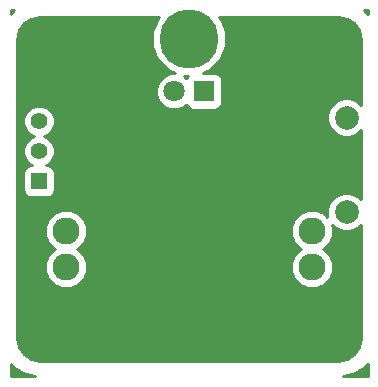
<source format=gtl>
G04 #@! TF.FileFunction,Copper,L1,Top,Signal*
%FSLAX46Y46*%
G04 Gerber Fmt 4.6, Leading zero omitted, Abs format (unit mm)*
G04 Created by KiCad (PCBNEW 4.0.7) date 02/23/20 08:48:36*
%MOMM*%
%LPD*%
G01*
G04 APERTURE LIST*
%ADD10C,0.100000*%
%ADD11C,1.800000*%
%ADD12R,1.800000X1.800000*%
%ADD13C,1.998980*%
%ADD14C,5.000000*%
%ADD15C,2.286000*%
%ADD16R,1.397000X1.397000*%
%ADD17C,1.397000*%
%ADD18C,0.254000*%
G04 APERTURE END LIST*
D10*
D11*
X173990000Y-79375000D03*
D12*
X176530000Y-79375000D03*
D13*
X188595000Y-81598000D03*
X188595000Y-89598000D03*
D14*
X175260000Y-74930000D03*
D15*
X185674000Y-94234000D03*
X164846000Y-94234000D03*
X185674000Y-91186000D03*
X164846000Y-91186000D03*
D16*
X162560000Y-86995000D03*
D17*
X162560000Y-84455000D03*
X162560000Y-81915000D03*
D18*
G36*
X190373000Y-103505000D02*
X188278834Y-103505000D01*
X189065653Y-103348492D01*
X189167934Y-103306125D01*
X189312582Y-103246211D01*
X190136617Y-102695607D01*
X190231112Y-102601112D01*
X190325608Y-102506617D01*
X190373000Y-102435690D01*
X190373000Y-103505000D01*
X190373000Y-103505000D01*
G37*
X190373000Y-103505000D02*
X188278834Y-103505000D01*
X189065653Y-103348492D01*
X189167934Y-103306125D01*
X189312582Y-103246211D01*
X190136617Y-102695607D01*
X190231112Y-102601112D01*
X190325608Y-102506617D01*
X190373000Y-102435690D01*
X190373000Y-103505000D01*
G36*
X160194393Y-102506617D02*
X160288888Y-102601112D01*
X160383383Y-102695608D01*
X161207418Y-103246211D01*
X161454347Y-103348492D01*
X162241166Y-103505000D01*
X160147000Y-103505000D01*
X160147000Y-102435689D01*
X160194393Y-102506617D01*
X160194393Y-102506617D01*
G37*
X160194393Y-102506617D02*
X160288888Y-102601112D01*
X160383383Y-102695608D01*
X161207418Y-103246211D01*
X161454347Y-103348492D01*
X162241166Y-103505000D01*
X160147000Y-103505000D01*
X160147000Y-102435689D01*
X160194393Y-102506617D01*
G36*
X172603826Y-73151847D02*
X172602689Y-73154586D01*
X172601436Y-73155421D01*
X172363795Y-73729907D01*
X172125546Y-74303674D01*
X172125544Y-74305866D01*
X172124706Y-74307892D01*
X172125000Y-74929488D01*
X172124457Y-75550854D01*
X172125294Y-75552880D01*
X172125295Y-75555072D01*
X172492209Y-76440881D01*
X172600727Y-76703515D01*
X172601186Y-76703974D01*
X172601436Y-76704579D01*
X172602491Y-76705282D01*
X173481847Y-77586174D01*
X173484586Y-77587311D01*
X173485421Y-77588564D01*
X174059907Y-77826205D01*
X174093345Y-77840090D01*
X173686009Y-77839735D01*
X173121629Y-78072932D01*
X172689449Y-78504357D01*
X172455267Y-79068330D01*
X172454735Y-79678991D01*
X172687932Y-80243371D01*
X173119357Y-80675551D01*
X173683330Y-80909733D01*
X174293991Y-80910265D01*
X174858371Y-80677068D01*
X175026613Y-80509120D01*
X175026838Y-80510317D01*
X175165910Y-80726441D01*
X175378110Y-80871431D01*
X175630000Y-80922440D01*
X177430000Y-80922440D01*
X177665317Y-80878162D01*
X177881441Y-80739090D01*
X178026431Y-80526890D01*
X178077440Y-80275000D01*
X178077440Y-78475000D01*
X178033162Y-78239683D01*
X177894090Y-78023559D01*
X177681890Y-77878569D01*
X177430000Y-77827560D01*
X176457591Y-77827560D01*
X176770881Y-77697791D01*
X177033515Y-77589273D01*
X177033974Y-77588814D01*
X177034579Y-77588564D01*
X177035282Y-77587509D01*
X177916174Y-76708153D01*
X177917311Y-76705414D01*
X177918564Y-76704579D01*
X178156205Y-76130093D01*
X178394454Y-75556326D01*
X178394456Y-75554134D01*
X178395294Y-75552108D01*
X178395000Y-74930512D01*
X178395543Y-74309146D01*
X178394706Y-74307120D01*
X178394705Y-74304928D01*
X178027791Y-73419119D01*
X177919273Y-73156485D01*
X177918814Y-73156026D01*
X177918564Y-73155421D01*
X177917509Y-73154718D01*
X177837930Y-73075000D01*
X187892533Y-73075000D01*
X188664741Y-73228602D01*
X189262193Y-73627807D01*
X189661398Y-74225257D01*
X189815000Y-74997467D01*
X189815000Y-80506592D01*
X189522073Y-80213154D01*
X188921547Y-79963794D01*
X188271306Y-79963226D01*
X187670345Y-80211538D01*
X187210154Y-80670927D01*
X186960794Y-81271453D01*
X186960226Y-81921694D01*
X187208538Y-82522655D01*
X187667927Y-82982846D01*
X188268453Y-83232206D01*
X188918694Y-83232774D01*
X189519655Y-82984462D01*
X189815000Y-82689632D01*
X189815000Y-88506592D01*
X189522073Y-88213154D01*
X188921547Y-87963794D01*
X188271306Y-87963226D01*
X187670345Y-88211538D01*
X187210154Y-88670927D01*
X186960794Y-89271453D01*
X186960226Y-89921694D01*
X186985684Y-89983306D01*
X186682471Y-89679564D01*
X186029218Y-89408309D01*
X185321886Y-89407692D01*
X184668160Y-89677806D01*
X184167564Y-90177529D01*
X183896309Y-90830782D01*
X183895692Y-91538114D01*
X184165806Y-92191840D01*
X184665529Y-92692436D01*
X184707122Y-92709707D01*
X184668160Y-92725806D01*
X184167564Y-93225529D01*
X183896309Y-93878782D01*
X183895692Y-94586114D01*
X184165806Y-95239840D01*
X184665529Y-95740436D01*
X185318782Y-96011691D01*
X186026114Y-96012308D01*
X186679840Y-95742194D01*
X187180436Y-95242471D01*
X187451691Y-94589218D01*
X187452308Y-93881886D01*
X187182194Y-93228160D01*
X186682471Y-92727564D01*
X186640878Y-92710293D01*
X186679840Y-92694194D01*
X187180436Y-92194471D01*
X187451691Y-91541218D01*
X187452308Y-90833886D01*
X187405048Y-90719508D01*
X187667927Y-90982846D01*
X188268453Y-91232206D01*
X188918694Y-91232774D01*
X189519655Y-90984462D01*
X189815000Y-90689632D01*
X189815000Y-100262533D01*
X189661398Y-101034743D01*
X189262193Y-101632193D01*
X188664741Y-102031398D01*
X187892533Y-102185000D01*
X162627467Y-102185000D01*
X161855257Y-102031398D01*
X161257807Y-101632193D01*
X160858602Y-101034741D01*
X160705000Y-100262533D01*
X160705000Y-91538114D01*
X163067692Y-91538114D01*
X163337806Y-92191840D01*
X163837529Y-92692436D01*
X163879122Y-92709707D01*
X163840160Y-92725806D01*
X163339564Y-93225529D01*
X163068309Y-93878782D01*
X163067692Y-94586114D01*
X163337806Y-95239840D01*
X163837529Y-95740436D01*
X164490782Y-96011691D01*
X165198114Y-96012308D01*
X165851840Y-95742194D01*
X166352436Y-95242471D01*
X166623691Y-94589218D01*
X166624308Y-93881886D01*
X166354194Y-93228160D01*
X165854471Y-92727564D01*
X165812878Y-92710293D01*
X165851840Y-92694194D01*
X166352436Y-92194471D01*
X166623691Y-91541218D01*
X166624308Y-90833886D01*
X166354194Y-90180160D01*
X165854471Y-89679564D01*
X165201218Y-89408309D01*
X164493886Y-89407692D01*
X163840160Y-89677806D01*
X163339564Y-90177529D01*
X163068309Y-90830782D01*
X163067692Y-91538114D01*
X160705000Y-91538114D01*
X160705000Y-86296500D01*
X161214060Y-86296500D01*
X161214060Y-87693500D01*
X161258338Y-87928817D01*
X161397410Y-88144941D01*
X161609610Y-88289931D01*
X161861500Y-88340940D01*
X163258500Y-88340940D01*
X163493817Y-88296662D01*
X163709941Y-88157590D01*
X163854931Y-87945390D01*
X163905940Y-87693500D01*
X163905940Y-86296500D01*
X163861662Y-86061183D01*
X163722590Y-85845059D01*
X163510390Y-85700069D01*
X163258500Y-85649060D01*
X163162116Y-85649060D01*
X163314380Y-85586146D01*
X163689827Y-85211353D01*
X163893268Y-84721413D01*
X163893731Y-84190914D01*
X163691146Y-83700620D01*
X163316353Y-83325173D01*
X162978554Y-83184906D01*
X163314380Y-83046146D01*
X163689827Y-82671353D01*
X163893268Y-82181413D01*
X163893731Y-81650914D01*
X163691146Y-81160620D01*
X163316353Y-80785173D01*
X162826413Y-80581732D01*
X162295914Y-80581269D01*
X161805620Y-80783854D01*
X161430173Y-81158647D01*
X161226732Y-81648587D01*
X161226269Y-82179086D01*
X161428854Y-82669380D01*
X161803647Y-83044827D01*
X162141446Y-83185094D01*
X161805620Y-83323854D01*
X161430173Y-83698647D01*
X161226732Y-84188587D01*
X161226269Y-84719086D01*
X161428854Y-85209380D01*
X161803647Y-85584827D01*
X161958337Y-85649060D01*
X161861500Y-85649060D01*
X161626183Y-85693338D01*
X161410059Y-85832410D01*
X161265069Y-86044610D01*
X161214060Y-86296500D01*
X160705000Y-86296500D01*
X160705000Y-74997467D01*
X160858602Y-74225259D01*
X161257807Y-73627807D01*
X161855257Y-73228602D01*
X162627467Y-73075000D01*
X172680807Y-73075000D01*
X172603826Y-73151847D01*
X172603826Y-73151847D01*
G37*
X172603826Y-73151847D02*
X172602689Y-73154586D01*
X172601436Y-73155421D01*
X172363795Y-73729907D01*
X172125546Y-74303674D01*
X172125544Y-74305866D01*
X172124706Y-74307892D01*
X172125000Y-74929488D01*
X172124457Y-75550854D01*
X172125294Y-75552880D01*
X172125295Y-75555072D01*
X172492209Y-76440881D01*
X172600727Y-76703515D01*
X172601186Y-76703974D01*
X172601436Y-76704579D01*
X172602491Y-76705282D01*
X173481847Y-77586174D01*
X173484586Y-77587311D01*
X173485421Y-77588564D01*
X174059907Y-77826205D01*
X174093345Y-77840090D01*
X173686009Y-77839735D01*
X173121629Y-78072932D01*
X172689449Y-78504357D01*
X172455267Y-79068330D01*
X172454735Y-79678991D01*
X172687932Y-80243371D01*
X173119357Y-80675551D01*
X173683330Y-80909733D01*
X174293991Y-80910265D01*
X174858371Y-80677068D01*
X175026613Y-80509120D01*
X175026838Y-80510317D01*
X175165910Y-80726441D01*
X175378110Y-80871431D01*
X175630000Y-80922440D01*
X177430000Y-80922440D01*
X177665317Y-80878162D01*
X177881441Y-80739090D01*
X178026431Y-80526890D01*
X178077440Y-80275000D01*
X178077440Y-78475000D01*
X178033162Y-78239683D01*
X177894090Y-78023559D01*
X177681890Y-77878569D01*
X177430000Y-77827560D01*
X176457591Y-77827560D01*
X176770881Y-77697791D01*
X177033515Y-77589273D01*
X177033974Y-77588814D01*
X177034579Y-77588564D01*
X177035282Y-77587509D01*
X177916174Y-76708153D01*
X177917311Y-76705414D01*
X177918564Y-76704579D01*
X178156205Y-76130093D01*
X178394454Y-75556326D01*
X178394456Y-75554134D01*
X178395294Y-75552108D01*
X178395000Y-74930512D01*
X178395543Y-74309146D01*
X178394706Y-74307120D01*
X178394705Y-74304928D01*
X178027791Y-73419119D01*
X177919273Y-73156485D01*
X177918814Y-73156026D01*
X177918564Y-73155421D01*
X177917509Y-73154718D01*
X177837930Y-73075000D01*
X187892533Y-73075000D01*
X188664741Y-73228602D01*
X189262193Y-73627807D01*
X189661398Y-74225257D01*
X189815000Y-74997467D01*
X189815000Y-80506592D01*
X189522073Y-80213154D01*
X188921547Y-79963794D01*
X188271306Y-79963226D01*
X187670345Y-80211538D01*
X187210154Y-80670927D01*
X186960794Y-81271453D01*
X186960226Y-81921694D01*
X187208538Y-82522655D01*
X187667927Y-82982846D01*
X188268453Y-83232206D01*
X188918694Y-83232774D01*
X189519655Y-82984462D01*
X189815000Y-82689632D01*
X189815000Y-88506592D01*
X189522073Y-88213154D01*
X188921547Y-87963794D01*
X188271306Y-87963226D01*
X187670345Y-88211538D01*
X187210154Y-88670927D01*
X186960794Y-89271453D01*
X186960226Y-89921694D01*
X186985684Y-89983306D01*
X186682471Y-89679564D01*
X186029218Y-89408309D01*
X185321886Y-89407692D01*
X184668160Y-89677806D01*
X184167564Y-90177529D01*
X183896309Y-90830782D01*
X183895692Y-91538114D01*
X184165806Y-92191840D01*
X184665529Y-92692436D01*
X184707122Y-92709707D01*
X184668160Y-92725806D01*
X184167564Y-93225529D01*
X183896309Y-93878782D01*
X183895692Y-94586114D01*
X184165806Y-95239840D01*
X184665529Y-95740436D01*
X185318782Y-96011691D01*
X186026114Y-96012308D01*
X186679840Y-95742194D01*
X187180436Y-95242471D01*
X187451691Y-94589218D01*
X187452308Y-93881886D01*
X187182194Y-93228160D01*
X186682471Y-92727564D01*
X186640878Y-92710293D01*
X186679840Y-92694194D01*
X187180436Y-92194471D01*
X187451691Y-91541218D01*
X187452308Y-90833886D01*
X187405048Y-90719508D01*
X187667927Y-90982846D01*
X188268453Y-91232206D01*
X188918694Y-91232774D01*
X189519655Y-90984462D01*
X189815000Y-90689632D01*
X189815000Y-100262533D01*
X189661398Y-101034743D01*
X189262193Y-101632193D01*
X188664741Y-102031398D01*
X187892533Y-102185000D01*
X162627467Y-102185000D01*
X161855257Y-102031398D01*
X161257807Y-101632193D01*
X160858602Y-101034741D01*
X160705000Y-100262533D01*
X160705000Y-91538114D01*
X163067692Y-91538114D01*
X163337806Y-92191840D01*
X163837529Y-92692436D01*
X163879122Y-92709707D01*
X163840160Y-92725806D01*
X163339564Y-93225529D01*
X163068309Y-93878782D01*
X163067692Y-94586114D01*
X163337806Y-95239840D01*
X163837529Y-95740436D01*
X164490782Y-96011691D01*
X165198114Y-96012308D01*
X165851840Y-95742194D01*
X166352436Y-95242471D01*
X166623691Y-94589218D01*
X166624308Y-93881886D01*
X166354194Y-93228160D01*
X165854471Y-92727564D01*
X165812878Y-92710293D01*
X165851840Y-92694194D01*
X166352436Y-92194471D01*
X166623691Y-91541218D01*
X166624308Y-90833886D01*
X166354194Y-90180160D01*
X165854471Y-89679564D01*
X165201218Y-89408309D01*
X164493886Y-89407692D01*
X163840160Y-89677806D01*
X163339564Y-90177529D01*
X163068309Y-90830782D01*
X163067692Y-91538114D01*
X160705000Y-91538114D01*
X160705000Y-86296500D01*
X161214060Y-86296500D01*
X161214060Y-87693500D01*
X161258338Y-87928817D01*
X161397410Y-88144941D01*
X161609610Y-88289931D01*
X161861500Y-88340940D01*
X163258500Y-88340940D01*
X163493817Y-88296662D01*
X163709941Y-88157590D01*
X163854931Y-87945390D01*
X163905940Y-87693500D01*
X163905940Y-86296500D01*
X163861662Y-86061183D01*
X163722590Y-85845059D01*
X163510390Y-85700069D01*
X163258500Y-85649060D01*
X163162116Y-85649060D01*
X163314380Y-85586146D01*
X163689827Y-85211353D01*
X163893268Y-84721413D01*
X163893731Y-84190914D01*
X163691146Y-83700620D01*
X163316353Y-83325173D01*
X162978554Y-83184906D01*
X163314380Y-83046146D01*
X163689827Y-82671353D01*
X163893268Y-82181413D01*
X163893731Y-81650914D01*
X163691146Y-81160620D01*
X163316353Y-80785173D01*
X162826413Y-80581732D01*
X162295914Y-80581269D01*
X161805620Y-80783854D01*
X161430173Y-81158647D01*
X161226732Y-81648587D01*
X161226269Y-82179086D01*
X161428854Y-82669380D01*
X161803647Y-83044827D01*
X162141446Y-83185094D01*
X161805620Y-83323854D01*
X161430173Y-83698647D01*
X161226732Y-84188587D01*
X161226269Y-84719086D01*
X161428854Y-85209380D01*
X161803647Y-85584827D01*
X161958337Y-85649060D01*
X161861500Y-85649060D01*
X161626183Y-85693338D01*
X161410059Y-85832410D01*
X161265069Y-86044610D01*
X161214060Y-86296500D01*
X160705000Y-86296500D01*
X160705000Y-74997467D01*
X160858602Y-74225259D01*
X161257807Y-73627807D01*
X161855257Y-73228602D01*
X162627467Y-73075000D01*
X172680807Y-73075000D01*
X172603826Y-73151847D01*
G36*
X175033569Y-78223110D02*
X175029433Y-78243534D01*
X174860643Y-78074449D01*
X174838367Y-78065199D01*
X175141563Y-78065056D01*
X175033569Y-78223110D01*
X175033569Y-78223110D01*
G37*
X175033569Y-78223110D02*
X175029433Y-78243534D01*
X174860643Y-78074449D01*
X174838367Y-78065199D01*
X175141563Y-78065056D01*
X175033569Y-78223110D01*
G36*
X160383383Y-72564392D02*
X160295638Y-72652138D01*
X160194393Y-72753383D01*
X160147000Y-72824311D01*
X160147000Y-72517000D01*
X160454310Y-72517000D01*
X160383383Y-72564392D01*
X160383383Y-72564392D01*
G37*
X160383383Y-72564392D02*
X160295638Y-72652138D01*
X160194393Y-72753383D01*
X160147000Y-72824311D01*
X160147000Y-72517000D01*
X160454310Y-72517000D01*
X160383383Y-72564392D01*
G36*
X190373000Y-72824310D02*
X190325608Y-72753383D01*
X190224362Y-72652138D01*
X190136617Y-72564393D01*
X190065689Y-72517000D01*
X190373000Y-72517000D01*
X190373000Y-72824310D01*
X190373000Y-72824310D01*
G37*
X190373000Y-72824310D02*
X190325608Y-72753383D01*
X190224362Y-72652138D01*
X190136617Y-72564393D01*
X190065689Y-72517000D01*
X190373000Y-72517000D01*
X190373000Y-72824310D01*
M02*

</source>
